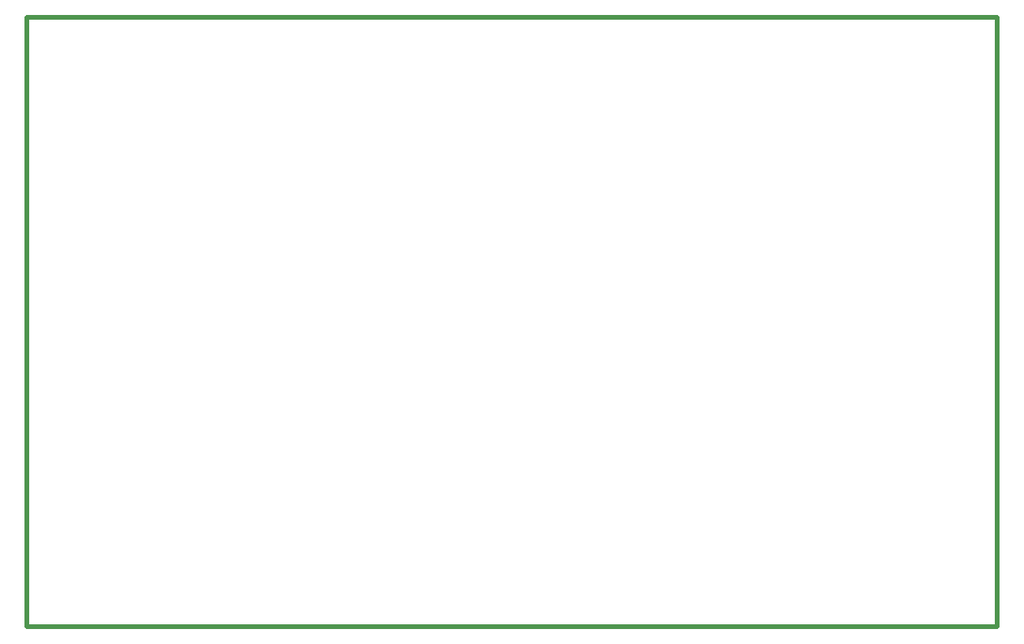
<source format=gko>
G04*
G04 #@! TF.GenerationSoftware,Altium Limited,Altium Designer,21.6.4 (81)*
G04*
G04 Layer_Color=16711935*
%FSLAX25Y25*%
%MOIN*%
G70*
G04*
G04 #@! TF.SameCoordinates,570C5102-FFD4-49C7-812D-166F0CB68569*
G04*
G04*
G04 #@! TF.FilePolarity,Positive*
G04*
G01*
G75*
%ADD37C,0.02000*%
D37*
X0Y257500D02*
X410000D01*
X0Y0D02*
Y257500D01*
X410000Y0D02*
Y257500D01*
X0Y0D02*
X410000D01*
M02*

</source>
